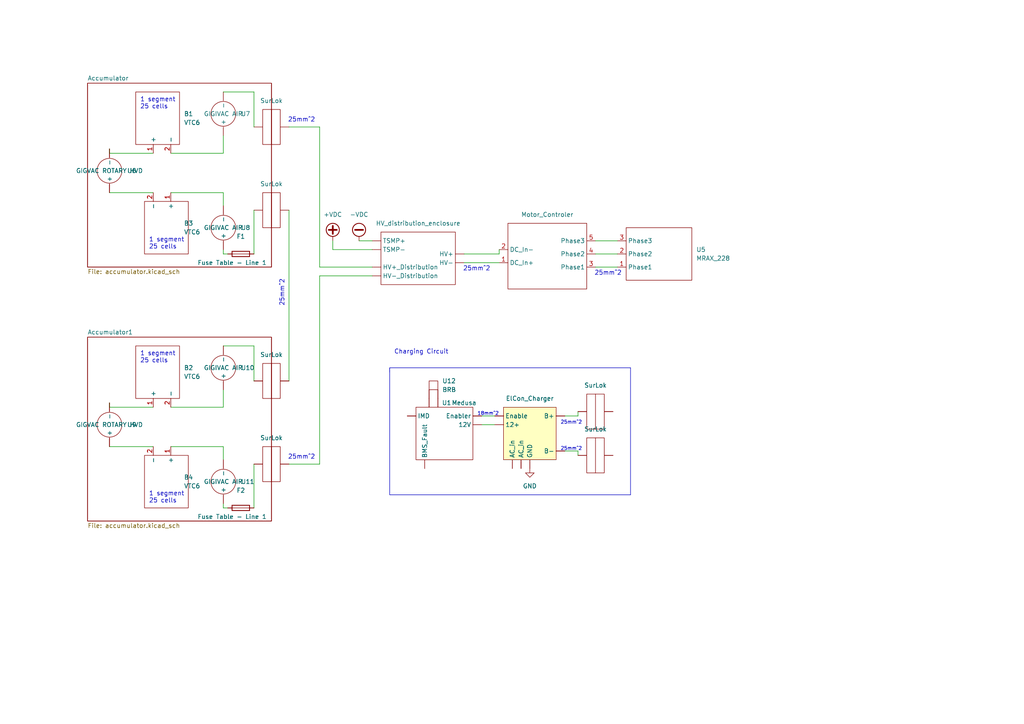
<source format=kicad_sch>
(kicad_sch (version 20230121) (generator eeschema)
  (paper "A4")
  (title_block (title "TSV Wiring"))
  (lib_symbols
    (symbol "AERO:ASMPP30-1X2-KR"
      (property "Value" "ASMPP30-1X2-KR" (at 0 7.62 0))
      (symbol "ASMPP30-1X2-KR_0_1"
        (rectangle (start -2.54 5.08) (end 2.54 -5.08))
        (polyline (pts (xy 0 5.08) (xy 0 -5.08) (xy 0 5.08) (xy 0 -5.08)))
      )
      (symbol "ASMPP30-1X2-KR_1_1"
        (pin power_in line (at -5.08 0 0) (length 2.54) (name "") (number ""))
        (pin power_in line (at 5.08 0 180) (length 2.54) (name "") (number ""))
      )
    )
    (symbol "AERO:BRB"
      (property "Reference" "U" (at 0 0 0))
      (symbol "BRB_0_1"
        (rectangle (start -1.27 1.27) (end 1.27 -1.27))
      )
      (symbol "BRB_1_1"
        (pin input line (at -1.27 -3.81 90) (length 2.54) (name "") (number ""))
        (pin input line (at 1.27 -3.81 90) (length 2.54) (name "") (number ""))
      )
    )
    (symbol "AERO:ElCon_Charger_1"
      (property "Value" "ElCon_Charger" (at 0 10.16 0))
      (symbol "ElCon_Charger_1_0_1"
        (rectangle (start -7.62 7.62) (end 7.62 -7.62) (fill (type background)))
      )
      (symbol "ElCon_Charger_1_1_1"
        (pin power_out line (at -10.16 2.54 0) (length 2.54) (name "12+") (number ""))
        (pin power_in line (at -5.08 -10.16 90) (length 2.54) (name "AC_in") (number ""))
        (pin power_in line (at -2.54 -10.16 90) (length 2.54) (name "AC_in") (number ""))
        (pin power_out line (at 10.16 5.08 180) (length 2.54) (name "B+") (number ""))
        (pin power_out line (at 10.16 -5.08 180) (length 2.54) (name "B-") (number ""))
        (pin input line (at -10.16 5.08 0) (length 2.54) (name "Enable") (number ""))
        (pin input line (at 0 -10.16 90) (length 2.54) (name "GND") (number ""))
      )
    )
    (symbol "AERO:HVD_R"
      (property "Reference" "U" (at 0 0 0))
      (symbol "HVD_R_0_1"
        (circle (center 0 0) (radius 3.5921))
      )
      (symbol "HVD_R_1_1"
        (pin input line (at 0 -6.35 90) (length 2.54) (name "+") (number ""))
        (pin input line (at 0 6.35 270) (length 2.54) (name "-") (number ""))
      )
    )
    (symbol "AERO:HV_distribution"
      (property "Value" "HV_distribution_enclosure" (at -0.635 8.7606 0))
      (symbol "HV_distribution_0_1"
        (rectangle (start -11.43 7.62) (end 10.16 -7.62) (stroke (width 0.1524)))
      )
      (symbol "HV_distribution_1_1"
        (pin power_in line (at 12.7 1.27 180) (length 2.54) (name "HV+") (number ""))
        (pin power_out line (at -13.97 -2.54 0) (length 2.54) (name "HV+_Distribution") (number ""))
        (pin power_in line (at 12.7 -1.27 180) (length 2.54) (name "HV-") (number ""))
        (pin power_out line (at -13.97 -5.08 0) (length 2.54) (name "HV-_Distribution") (number ""))
        (pin power_out line (at -13.97 5.08 0) (length 2.54) (name "TSMP+") (number ""))
        (pin power_out line (at -13.97 2.54 0) (length 2.54) (name "TSMP-") (number ""))
      )
    )
    (symbol "AERO:MRAX_228"
      (property "Reference" "U" (at 0 0 0))
      (property "Value" "MRAX_228" (at 0 0 0))
      (symbol "MRAX_228_0_1"
        (rectangle (start -8.89 7.62) (end 10.16 -7.62) (stroke (width 0.1524)))
      )
      (symbol "MRAX_228_1_1"
        (pin power_in line (at 12.7 3.81 180) (length 2.54) (name "Phase1") (number "1"))
        (pin power_in line (at 12.7 0 180) (length 2.54) (name "Phase2") (number "2"))
        (pin power_in line (at 12.7 -3.81 180) (length 2.54) (name "Phase3") (number "3"))
      )
    )
    (symbol "AERO:Medusa"
      (property "Reference" "U1" (at 3.81 6.35 0))
      (property "Value" "Medusa" (at 8.89 6.35 0))
      (symbol "Medusa_0_1"
        (rectangle (start -5.08 5.08) (end 11.43 -10.16))
      )
      (symbol "Medusa_1_1"
        (pin input line (at -1.27 7.62 270) (length 2.54) (name "") (number ""))
        (pin input line (at 1.27 7.62 270) (length 2.54) (name "") (number ""))
        (pin input line (at 13.97 0 180) (length 2.54) (name "12V") (number ""))
        (pin input line (at -2.54 -12.7 90) (length 2.54) (name "BMS_Fault") (number ""))
        (pin input line (at 13.97 2.54 180) (length 2.54) (name "Enabler") (number ""))
        (pin input line (at -7.62 2.54 0) (length 2.54) (name "IMD") (number ""))
      )
    )
    (symbol "AERO:Motor_Controler"
      (property "Value" "Motor_Controler" (at 0 7.62 0))
      (symbol "Motor_Controler_0_1"
        (rectangle (start -11.43 8.89) (end 11.43 -10.16) (stroke (width 0.1524)))
      )
      (symbol "Motor_Controler_1_1"
        (pin power_in line (at 13.97 1.27 180) (length 2.54) (name "DC_In+") (number "1"))
        (pin power_in line (at 13.97 -2.54 180) (length 2.54) (name "DC_In-") (number "2"))
        (pin power_out line (at -13.97 2.54 0) (length 2.54) (name "Phase1") (number "3"))
        (pin power_out line (at -13.97 -1.27 0) (length 2.54) (name "Phase2") (number "4"))
        (pin power_out line (at -13.97 -5.08 0) (length 2.54) (name "Phase3") (number "5"))
      )
    )
    (symbol "AERO:VTC6"
      (property "Reference" "B3" (at 6.35 -1.27 0))
      (property "Value" "VTC6" (at 6.35 -3.81 0))
      (symbol "VTC6_0_1"
        (rectangle (start -5.08 5.08) (end 7.62 -10.16) (stroke (width 0.1524)))
      )
      (symbol "VTC6_1_1"
        (pin power_in line (at 2.54 7.62 270) (length 2.54) (name "+") (number "1"))
        (pin power_out line (at -2.54 7.62 270) (length 2.54) (name "-") (number "2"))
      )
    )
    (symbol "Device:Fuse" (pin_numbers hide) (pin_names (offset 0))
      (property "Reference" "F" (at 2.032 0 90))
      (property "Value" "Fuse" (at -1.905 0 90))
      (symbol "Fuse_0_1"
        (rectangle (start -0.762 -2.54) (end 0.762 2.54) (stroke (width 0.254)))
        (polyline (pts (xy 0 2.54) (xy 0 -2.54)))
      )
      (symbol "Fuse_1_1"
        (pin passive line (at 0 3.81 270) (length 1.27) (name "~") (number "1"))
        (pin passive line (at 0 -3.81 90) (length 1.27) (name "~") (number "2"))
      )
    )
    (symbol "power:+VDC" (power) (pin_names (offset 0))
      (property "Value" "+VDC" (at 0 6.35 0))
      (symbol "+VDC_0_1"
        (polyline (pts (xy -1.143 3.175) (xy 1.143 3.175)) (stroke (width 0.508)))
        (polyline (pts (xy 0 0) (xy 0 1.27)))
        (polyline (pts (xy 0 2.032) (xy 0 4.318)) (stroke (width 0.508)))
        (circle (center 0 3.175) (radius 1.905) (stroke (width 0.254)))
      )
      (symbol "+VDC_1_1"
        (pin power_in line (at 0 0 90) (length 0) hide (name "+VDC") (number "1"))
      )
    )
    (symbol "power:-VDC" (power) (pin_names (offset 0))
      (property "Value" "-VDC" (at 0 6.35 0))
      (symbol "-VDC_0_1"
        (polyline (pts (xy -1.143 3.175) (xy 1.143 3.175)) (stroke (width 0.508)))
        (polyline (pts (xy 0 0) (xy 0 1.27)))
        (circle (center 0 3.175) (radius 1.905) (stroke (width 0.254)))
      )
      (symbol "-VDC_1_1"
        (pin power_in line (at 0 0 90) (length 0) hide (name "-VDC") (number "1"))
      )
    )
    (symbol "power:GND" (power) (pin_names (offset 0))
      (property "Value" "GND" (at 0 -3.81 0))
      (symbol "GND_0_1"
        (polyline (pts (xy 0 0) (xy 0 -1.27) (xy 1.27 -1.27) (xy 0 -2.54) (xy -1.27 -1.27) (xy 0 -1.27)))
      )
      (symbol "GND_1_1"
        (pin power_in line (at 0 0 270) (length 0) hide (name "GND") (number "1"))
      )
    )
  )
  (polyline (pts (xy 113.03 143.51) (xy 182.88 143.51)))
  (wire (pts (xy 167.64 120.65) (xy 167.64 119.38)))
  (wire (pts (xy 134.62 76.2) (xy 144.78 76.2)))
  (wire (pts (xy 64.77 55.88) (xy 49.53 55.88)))
  (wire (pts (xy 44.45 44.45) (xy 31.75 44.45)))
  (wire (pts (xy 96.52 72.39) (xy 107.95 72.39)))
  (wire (pts (xy 64.77 146.05) (xy 64.77 147.32)))
  (wire (pts (xy 64.77 129.54) (xy 49.53 129.54)))
  (wire (pts (xy 44.45 129.54) (xy 31.75 129.54)))
  (wire (pts (xy 73.66 134.62) (xy 73.66 147.32)))
  (wire (pts (xy 64.77 147.32) (xy 66.04 147.32)))
  (wire (pts (xy 167.64 130.81) (xy 167.64 132.08)))
  (wire (pts (xy 172.72 69.85) (xy 179.07 69.85)))
  (polyline (pts (xy 182.88 106.68) (xy 113.03 106.68)))
  (wire (pts (xy 172.72 77.47) (xy 179.07 77.47)))
  (wire (pts (xy 139.7 123.19) (xy 143.51 123.19)))
  (wire (pts (xy 96.52 69.85) (xy 96.52 72.39)))
  (wire (pts (xy 31.75 118.11) (xy 31.75 116.84)))
  (wire (pts (xy 163.83 130.81) (xy 167.64 130.81)))
  (wire (pts (xy 44.45 118.11) (xy 31.75 118.11)))
  (wire (pts (xy 73.66 100.33) (xy 64.77 100.33)))
  (wire (pts (xy 83.82 60.96) (xy 83.82 110.49)))
  (wire (pts (xy 64.77 72.39) (xy 64.77 73.66)))
  (wire (pts (xy 49.53 44.45) (xy 64.77 44.45)))
  (polyline (pts (xy 113.03 106.68) (xy 113.03 107.95)))
  (wire (pts (xy 73.66 110.49) (xy 73.66 100.33)))
  (wire (pts (xy 73.66 60.96) (xy 73.66 73.66)))
  (wire (pts (xy 104.14 69.85) (xy 107.95 69.85)))
  (polyline (pts (xy 182.88 143.51) (xy 182.88 106.68)))
  (wire (pts (xy 139.7 120.65) (xy 143.51 120.65)))
  (wire (pts (xy 92.71 80.01) (xy 107.95 80.01)))
  (wire (pts (xy 92.71 36.83) (xy 92.71 77.47)))
  (wire (pts (xy 73.66 36.83) (xy 73.66 26.67)))
  (wire (pts (xy 73.66 26.67) (xy 64.77 26.67)))
  (wire (pts (xy 64.77 59.69) (xy 64.77 55.88)))
  (wire (pts (xy 64.77 133.35) (xy 64.77 129.54)))
  (wire (pts (xy 92.71 80.01) (xy 92.71 134.62)))
  (wire (pts (xy 64.77 44.45) (xy 64.77 39.37)))
  (wire (pts (xy 172.72 73.66) (xy 179.07 73.66)))
  (wire (pts (xy 64.77 118.11) (xy 64.77 113.03)))
  (wire (pts (xy 83.82 134.62) (xy 92.71 134.62)))
  (wire (pts (xy 92.71 77.47) (xy 107.95 77.47)))
  (wire (pts (xy 163.83 120.65) (xy 167.64 120.65)))
  (wire (pts (xy 49.53 118.11) (xy 64.77 118.11)))
  (wire (pts (xy 64.77 73.66) (xy 66.04 73.66)))
  (wire (pts (xy 44.45 55.88) (xy 31.75 55.88)))
  (wire (pts (xy 31.75 44.45) (xy 31.75 43.18)))
  (wire (pts (xy 144.78 73.66) (xy 144.78 72.39)))
  (wire (pts (xy 83.82 36.83) (xy 92.71 36.83)))
  (wire (pts (xy 134.62 73.66) (xy 144.78 73.66)))
  (polyline (pts (xy 113.03 106.68) (xy 113.03 143.51)))
  (text "1 segment\n25 cells" (at 40.64 31.75 0) (effects (font (size 1.27 1.27)) (justify left bottom)))
  (text "1 segment\n25 cells" (at 43.18 146.05 0) (effects (font (size 1.27 1.27)) (justify left bottom)))
  (text "25mm^2" (at 82.55 88.9 90) (effects (font (size 1.27 1.27)) (justify left bottom)))
  (text "25mm^2" (at 91.44 35.56 0) (effects (font (size 1.27 1.27)) (justify right bottom)))
  (text "18mm^2" (at 138.43 120.65 0) (effects (font (size 1 1)) (justify left bottom)))
  (text "25mm^2" (at 142.24 78.74 0) (effects (font (size 1.27 1.27)) (justify right bottom)))
  (text "25mm^2" (at 91.44 133.35 0) (effects (font (size 1.27 1.27)) (justify right bottom)))
  (text "25mm^2" (at 162.56 123.19 0) (effects (font (size 1 1)) (justify left bottom)))
  (text "Charging Circuit" (at 114.3 102.87 0) (effects (font (size 1.27 1.27)) (justify left bottom)))
  (text "1 segment\n25 cells" (at 43.18 72.39 0) (effects (font (size 1.27 1.27)) (justify left bottom)))
  (text "1 segment\n25 cells" (at 40.64 105.41 0) (effects (font (size 1.27 1.27)) (justify left bottom)))
  (text "25mm^2" (at 162.56 130.81 0) (effects (font (size 1 1)) (justify left bottom)))
  (text "25mm^2" (at 180.34 80.01 0) (effects (font (size 1.27 1.27)) (justify right bottom)))
  (symbol (lib_id "power:GND") (at 153.67 135.89 0) (unit 1)
    (property "Reference" "#PWR03" (effects hide))
    (property "Value" "GND" (at 153.67 140.97 0))
  )
  (symbol (lib_id "AERO:VTC6") (at 46.99 36.83 180) (unit 1)
    (property "Reference" "B1" (at 53.34 33.02 0) (effects (justify right)))
    (property "Value" "VTC6" (at 53.34 35.56 0) (effects (justify right)))
  )
  (symbol (lib_id "Device:Fuse") (at 69.85 147.32 90) (unit 1)
    (property "Reference" "F2" (at 69.85 142.24 90))
    (property "Value" "Fuse Table - Line 1" (at 67.31 149.86 90))
  )
  (symbol (lib_id "AERO:MRAX_228") (at 191.77 73.66 180) (unit 1)
    (property "Reference" "U5" (at 201.93 72.39 0) (effects (justify right)))
    (property "Value" "MRAX_228" (at 201.93 74.93 0) (effects (justify right)))
  )
  (symbol (lib_id "AERO:ASMPP30-1X2-KR") (at 172.72 119.38 0) (unit 1)
    (property "Reference" "P5" (effects hide))
    (property "Value" "SurLok" (at 172.72 111.76 0))
  )
  (symbol (lib_id "AERO:HV_distribution") (at 121.92 74.93 0) (unit 1)
    (property "Reference" "U3" (effects hide))
    (property "Value" "HV_distribution_enclosure" (at 121.285 64.77 0))
  )
  (symbol (lib_id "AERO:BRB") (at 125.73 111.76 0) (unit 1)
    (property "Reference" "U12" (at 128.27 110.49 0) (effects (justify left)))
    (property "Value" "BRB" (at 128.27 113.03 0) (effects (justify left)))
  )
  (symbol (lib_id "power:+VDC") (at 96.52 69.85 0) (unit 1)
    (property "Reference" "#PWR01" (effects hide))
    (property "Value" "+VDC" (at 96.52 62.23 0))
  )
  (symbol (lib_id "AERO:VTC6") (at 46.99 110.49 180) (unit 1)
    (property "Reference" "B2" (at 53.34 106.68 0) (effects (justify right)))
    (property "Value" "VTC6" (at 53.34 109.22 0) (effects (justify right)))
  )
  (symbol (lib_id "AERO:Medusa") (at 125.73 123.19 0) (unit 1)
    (property "Reference" "U1" (at 129.54 116.84 0))
    (property "Value" "Medusa" (at 134.62 116.84 0))
  )
  (symbol (lib_id "AERO:HVD_R") (at 64.77 106.68 0) (unit 1)
    (property "Reference" "U10" (at 69.85 106.68 0) (effects (justify left)))
    (property "Value" "GIGIVAC AIR" (at 64.77 106.68 0))
  )
  (symbol (lib_id "AERO:ASMPP30-1X2-KR") (at 78.74 60.96 0) (unit 1)
    (property "Reference" "P2" (effects hide))
    (property "Value" "SurLok" (at 78.74 53.34 0))
  )
  (symbol (lib_id "AERO:VTC6") (at 46.99 63.5 0) (unit 1)
    (property "Reference" "B3" (at 53.34 64.77 0) (effects (justify left)))
    (property "Value" "VTC6" (at 53.34 67.31 0) (effects (justify left)))
  )
  (symbol (lib_id "Device:Fuse") (at 69.85 73.66 90) (unit 1)
    (property "Reference" "F1" (at 69.85 68.58 90))
    (property "Value" "Fuse Table - Line 1" (at 67.31 76.2 90))
  )
  (symbol (lib_id "power:-VDC") (at 104.14 69.85 0) (unit 1)
    (property "Reference" "#PWR02" (effects hide))
    (property "Value" "-VDC" (at 104.14 62.23 0))
  )
  (symbol (lib_id "AERO:ASMPP30-1X2-KR") (at 78.74 110.49 0) (unit 1)
    (property "Reference" "P3" (effects hide))
    (property "Value" "SurLok" (at 78.74 102.87 0))
  )
  (symbol (lib_id "AERO:ASMPP30-1X2-KR") (at 78.74 134.62 0) (unit 1)
    (property "Reference" "P4" (effects hide))
    (property "Value" "SurLok" (at 78.74 127 0))
  )
  (symbol (lib_id "AERO:ElCon_Charger_1") (at 153.67 125.73 0) (unit 1)
    (property "Reference" "U2" (effects hide))
    (property "Value" "ElCon_Charger" (at 153.67 115.57 0))
  )
  (symbol (lib_id "AERO:HVD_R") (at 64.77 66.04 0) (unit 1)
    (property "Reference" "U8" (at 69.85 66.04 0) (effects (justify left)))
    (property "Value" "GIGIVAC AIR" (at 64.77 66.04 0))
  )
  (symbol (lib_id "AERO:HVD_R") (at 64.77 139.7 0) (unit 1)
    (property "Reference" "U11" (at 69.85 139.7 0) (effects (justify left)))
    (property "Value" "GIGIVAC AIR" (at 64.77 139.7 0))
  )
  (symbol (lib_id "AERO:ASMPP30-1X2-KR") (at 78.74 36.83 0) (unit 1)
    (property "Reference" "P1" (effects hide))
    (property "Value" "SurLok" (at 78.74 29.21 0))
  )
  (symbol (lib_id "AERO:HVD_R") (at 64.77 33.02 0) (unit 1)
    (property "Reference" "U7" (at 69.85 33.02 0) (effects (justify left)))
    (property "Value" "GIGIVAC AIR" (at 64.77 33.02 0))
  )
  (symbol (lib_id "AERO:HVD_R") (at 31.75 123.19 0) (unit 1)
    (property "Reference" "U9" (at 36.83 123.19 0) (effects (justify left)))
    (property "Value" "GIGVAC ROTARY HVD" (at 31.75 123.19 0))
  )
  (symbol (lib_id "AERO:VTC6") (at 46.99 137.16 0) (unit 1)
    (property "Reference" "B4" (at 53.34 138.43 0) (effects (justify left)))
    (property "Value" "VTC6" (at 53.34 140.97 0) (effects (justify left)))
  )
  (symbol (lib_id "AERO:HVD_R") (at 31.75 49.53 0) (unit 1)
    (property "Reference" "U6" (at 36.83 49.53 0) (effects (justify left)))
    (property "Value" "GIGVAC ROTARY HVD" (at 31.75 49.53 0))
  )
  (symbol (lib_id "AERO:Motor_Controler") (at 158.75 74.93 180) (unit 1)
    (property "Reference" "U4" (effects hide))
    (property "Value" "Motor_Controler" (at 158.75 62.23 0))
  )
  (symbol (lib_id "AERO:ASMPP30-1X2-KR") (at 172.72 132.08 0) (unit 1)
    (property "Reference" "P6" (effects hide))
    (property "Value" "SurLok" (at 172.72 124.46 0))
  )
  (sheet (at 25.4 24.13) (size 53.34 53.34) (stroke (width 0.1524))
    (property "Sheetname" "Accumulator" (at 25.4 23.4184 0) (effects (justify left bottom)))
    (property "Sheetfile" "accumulator.kicad_sch" (at 25.4 78.0546 0) (effects (justify left top)))
  )
  (sheet (at 25.4 97.79) (size 53.34 53.34) (stroke (width 0.1524))
    (property "Sheetname" "Accumulator1" (at 25.4 97.0784 0) (effects (justify left bottom)))
    (property "Sheetfile" "accumulator.kicad_sch" (at 25.4 151.7146 0) (effects (justify left top)))
  )
)
</source>
